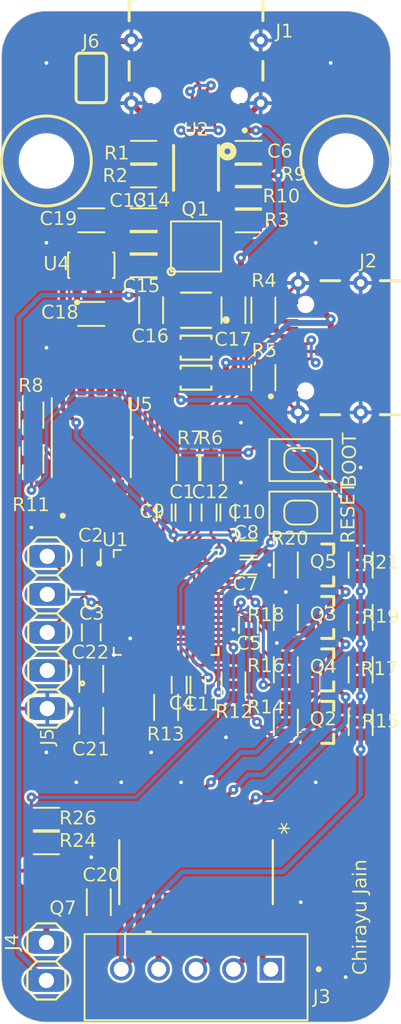
<source format=kicad_pcb>
(kicad_pcb (version 20240108) (generator "pcbnew") (generator_version "8.0")
  (title_block (title "LithoLamp Driver") (date "2024-07-19") (rev "V2"))
  (layers (0 "F.Cu" signal) (31 "B.Cu" signal) (34 "B.Paste" user) (35 "F.Paste" user) (36 "B.SilkS" user "B.Silkscreen") (37 "F.SilkS" user "F.Silkscreen") (38 "B.Mask" user) (39 "F.Mask" user) (44 "Edge.Cuts" user))
  (net 0 "")
  (net 1 "GND")
  (net 2 "VBUS1")
  (net 3 "CC1")
  (net 4 "CC2")
  (net 5 "+9V")
  (net 6 "N$1")
  (net 7 "N$2")
  (net 8 "GATE")
  (net 9 "VSET")
  (net 10 "ISET")
  (net 11 "N$5")
  (net 12 "N$6")
  (net 13 "D1_P")
  (net 14 "D1_N")
  (net 15 "N$10")
  (net 16 "N$11")
  (net 17 "N$12")
  (net 18 "+3.3V")
  (net 19 "D-")
  (net 20 "D+")
  (net 21 "+5V")
  (net 22 "N$14")
  (net 23 "QSPI_CS")
  (net 24 "QSPI_CLK")
  (net 25 "QSPI_SD0")
  (net 26 "QSPI_SD1")
  (net 27 "QSPI_SD2")
  (net 28 "QSPI_SD3")
  (net 29 "RESET")
  (net 30 "N$17")
  (net 31 "XIN")
  (net 32 "N$18")
  (net 33 "XOUT")
  (net 34 "VREG")
  (net 35 "ENC_INT")
  (net 36 "ENC_SCL")
  (net 37 "ENC_SDA")
  (net 38 "H0")
  (net 39 "H2")
  (net 40 "H1")
  (net 41 "H3")
  (net 42 "N$16")
  (net 43 "N$19")
  (net 44 "N$20")
  (net 45 "N$21")
  (net 46 "D0")
  (net 47 "D1")
  (net 48 "D2")
  (net 49 "D3")
  (net 50 "N$22")
  (net 51 "LED")
  (net 52 "N$24")
  (net 53 "D2_P")
  (net 54 "D2_N")
  (footprint "DriverV2:SOT23-3_514" (layer "F.Cu") (at 109.873512 70.2102 -90)
    (property "Reference" "Q3")
    (property "Value" "220mA/50V/3.5Ω" (hide yes))
  )
  (footprint "DriverV2:RESC1608X60_16378527" (layer "F.Cu") (at 105.873512 54.2102 90)
    (property "Reference" "R5")
    (property "Value" "5.1k" (hide yes))
  )
  (footprint "DriverV2:RESC1608X60_16378527" (layer "F.Cu") (at 107.373512 77.2102 90)
    (property "Reference" "R14")
    (property "Value" "10k" (hide yes))
  )
  (footprint "DriverV2:RESC1608X60_16378527" (layer "F.Cu") (at 104.873512 40.7102)
    (property "Reference" "R9")
    (property "Value" "10" (hide yes))
  )
  (footprint "DriverV2:CAPC1005X60_16290819" (layer "F.Cu") (at 100.373512 63.2102 90)
    (property "Reference" "C1")
    (property "Value" "100n" (hide yes))
  )
  (footprint "DriverV2:CAPC1608X85_16290819" (layer "F.Cu") (at 97.873512 45.2102 180)
    (property "Reference" "C14")
    (property "Value" "4.7uF" (hide yes))
  )
  (footprint "DriverV2:CAPC1608X85_16290819" (layer "F.Cu") (at 104.873512 39.2102)
    (property "Reference" "C6")
    (property "Value" "1uF" (hide yes))
  )
  (footprint "DriverV2:POWERDI3333" (layer "F.Cu") (at 101.373512 45.7102 90)
    (property "Reference" "Q1")
    (property "Value" "AONR21307" (hide yes))
  )
  (footprint "DriverV2:GCT_USB4105-GF-A_vf.Y_p0nZJSSnaW-Awq2aQF_A" (layer "F.Cu") (at 112.373512 52.2102 90)
    (property "Reference" "J2")
    (property "Value" "USB4105-GF-A" (hide yes))
  )
  (footprint "DriverV2:CAPC1005X60_16290819" (layer "F.Cu") (at 104.873512 65.7102)
    (property "Reference" "C8")
    (property "Value" "100n" (hide yes))
  )
  (footprint "DriverV2:CAPC1005X60_16290819" (layer "F.Cu") (at 100.373512 74.7102 -90)
    (property "Reference" "C4")
    (property "Value" "100n" (hide yes))
  )
  (footprint "DriverV2:DFN10_3X3MM" (layer "F.Cu") (at 101.373512 40.2102 180)
    (property "Reference" "U2")
    (property "Value" "HUSB238" (hide yes))
  )
  (footprint "DriverV2:RESC1608X60_16378527" (layer "F.Cu") (at 112.373512 66.7102 -90)
    (property "Reference" "R21")
    (property "Value" "10k" (hide yes))
  )
  (footprint "DriverV2:RESC1608X60_16378527" (layer "F.Cu") (at 112.373512 77.2102 -90)
    (property "Reference" "R15")
    (property "Value" "10k" (hide yes))
  )
  (footprint "DriverV2:SOT23_16378713" (layer "F.Cu") (at 91.373512 88.2102 180)
    (property "Reference" "Q7")
    (property "Value" "NMOSFET" (hide yes))
  )
  (footprint "DriverV2:SO-16_STM-M_vf.EQkufT6GTIWqhfvhIr5MJA" (layer "F.Cu") (at 101.373512 87.2102 -90)
    (property "Reference" "U6")
    (property "Value" "")
  )
  (footprint "DriverV2:1X05_30890021" (layer "F.Cu") (at 91.432512 71.2102 -90)
    (property "Reference" "J5")
    (property "Value" "PINHD-1X05_1X05M" (hide yes))
  )
  (footprint "DriverV2:SOT23-3_514" (layer "F.Cu") (at 109.873512 73.7102 -90)
    (property "Reference" "Q4")
    (property "Value" "220mA/50V/3.5Ω" (hide yes))
  )
  (footprint "DriverV2:JST_B5B-XH-A(LF)(SN)" (layer "F.Cu") (at 101.373512 94.2102 180)
    (property "Reference" "J3")
    (property "Value" "Motor" (hide yes))
  )
  (footprint "DriverV2:CAPC1608X85_16290819" (layer "F.Cu") (at 94.373512 74.3102 -90)
    (property "Reference" "C22")
    (property "Value" "15pF" (hide yes))
  )
  (footprint "DriverV2:CAPC1608X85_16290819" (layer "F.Cu") (at 97.873512 46.7102 180)
    (property "Reference" "C15")
    (property "Value" "4.7uF" (hide yes))
  )
  (footprint "DriverV2:CAPC1005X60_16290819" (layer "F.Cu") (at 99.373512 63.2102 90)
    (property "Reference" "C9")
    (property "Value" "100n" (hide yes))
  )
  (footprint "DriverV2:SOT95P285X140-5N_vf.Uo6CXU2kQcquaHR7PZ_Bpw" (layer "F.Cu") (at 94.373512 46.7102 90)
    (property "Reference" "U4")
    (property "Value" "AP2112K-3.3TRG1" (hide yes))
  )
  (footprint "DriverV2:RESC1608X60_16378527" (layer "F.Cu") (at 112.373512 73.7102 -90)
    (property "Reference" "R17")
    (property "Value" "10k" (hide yes))
  )
  (footprint "DriverV2:SOLDERJUMPER_ARROW_NOPASTE" (layer "F.Cu") (at 94.373512 34.2102 -90)
    (property "Reference" "J6")
    (property "Value" "")
  )
  (footprint "DriverV2:ABM8-272-T3_ABR_vf.MPj2NWLUSJ-2fPSNMSJS0A" (layer "F.Cu") (at 96.873512 75.7102)
    (property "Reference" "X1")
    (property "Value" "ABM8-272-T3" (hide yes))
  )
  (footprint "DriverV2:RESC1608X60_16378527" (layer "F.Cu") (at 112.373512 70.2102 -90)
    (property "Reference" "R19")
    (property "Value" "10k" (hide yes))
  )
  (footprint "DriverV2:CAPC1005X60_16290819" (layer "F.Cu") (at 101.373512 74.7102 -90)
    (property "Reference" "C11")
    (property "Value" "100n" (hide yes))
  )
  (footprint "DriverV2:RESC1608X60_16378527" (layer "F.Cu") (at 97.873512 39.2102 180)
    (property "Reference" "R1")
    (property "Value" "6k" (hide yes))
  )
  (footprint "DriverV2:CAPC1608X85_16290819" (layer "F.Cu") (at 94.373512 77.1102 90)
    (property "Reference" "C21")
    (property "Value" "15pF" (hide yes))
  )
  (footprint "DriverV2:CAPC1005X60_16290819" (layer "F.Cu") (at 104.873512 70.7102 -90)
    (property "Reference" "C5")
    (property "Value" "100n" (hide yes))
  )
  (footprint "DriverV2:SOIC127P790X216-8N_vf.IB54HuZ9QJKEJH6m3npZVQ" (layer "F.Cu") (at 94.373512 58.2102 90)
    (property "Reference" "U5")
    (property "Value" "W25Q128JVSIQ" (hide yes))
  )
  (footprint "DriverV2:RESC1608X60_16378527" (layer "F.Cu") (at 99.373512 76.2102 90)
    (property "Reference" "R13")
    (property "Value" "1k" (hide yes))
  )
  (footprint "DriverV2:RESC1608X60_16378527" (layer "F.Cu") (at 107.373512 73.7102 90)
    (property "Reference" "R16")
    (property "Value" "10k" (hide yes))
  )
  (footprint "DriverV2:CAPC1608X85_16290819" (layer "F.Cu") (at 94.373512 49.95765)
    (property "Reference" "C18")
    (property "Value" "10uF" (hide yes))
  )
  (footprint "DriverV2:RESC1608X60_16378527" (layer "F.Cu") (at 105.873512 49.7102 -90)
    (property "Reference" "R4")
    (property "Value" "5.1k" (hide yes))
  )
  (footprint "DriverV2:RESC1608X60_16378527" (layer "F.Cu") (at 90.373512 56.7102 90)
    (property "Reference" "R8")
    (property "Value" "10k" (hide yes))
  )
  (footprint "DriverV2:CAPC1005X60_16290819" (layer "F.Cu") (at 104.873512 66.7102)
    (property "Reference" "C7")
    (property "Value" "100n" (hide yes))
  )
  (footprint "DriverV2:SOT23-3_514" (layer "F.Cu") (at 109.873512 77.2102 -90)
    (property "Reference" "Q2")
    (property "Value" "220mA/50V/3.5Ω" (hide yes))
  )
  (footprint "DriverV2:CAPC1005X60_16290819" (layer "F.Cu") (at 103.373512 63.2102 90)
    (property "Reference" "C10")
    (property "Value" "1u" (hide yes))
  )
  (footprint "DriverV2:CAPC1608X85_16290819" (layer "F.Cu") (at 94.873512 89.2102 90)
    (property "Reference" "C20")
    (property "Value" "100n" (hide yes))
  )
  (footprint "DriverV2:QFN40P700X700X90-57N_vf.Uo6CXU2kQcquaHR7PZ_Bpw" (layer "F.Cu") (at 99.373512 69.2102)
    (property "Reference" "U1")
    (property "Value" "RP2040" (hide yes))
  )
  (footprint "DriverV2:1X02_30890021" (layer "F.Cu") (at 91.373512 93.1622 90)
    (property "Reference" "J4")
    (property "Value" "PINHD-1X02_1X02M" (hide yes))
  )
  (footprint "DriverV2:RESC1608X60_16378527" (layer "F.Cu") (at 102.373512 60.2102 90)
    (property "Reference" "R6")
    (property "Value" "27" (hide yes))
  )
  (footprint "DriverV2:RESC1608X60_16378527" (layer "F.Cu") (at 107.373512 66.7102 90)
    (property "Reference" "R20")
    (property "Value" "10k" (hide yes))
  )
  (footprint "DriverV2:RESC1608X60_16378527" (layer "F.Cu") (at 100.873512 60.2102 90)
    (property "Reference" "R7")
    (property "Value" "27" (hide yes))
  )
  (footprint "DriverV2:RESC1608X60_16378527" (layer "F.Cu") (at 91.373512 85.2102)
    (property "Reference" "R24")
    (property "Value" "10k" (hide yes))
  )
  (footprint "DriverV2:CAPC1005X60_16290819" (layer "F.Cu") (at 94.373512 71.2102 -90)
    (property "Reference" "C3")
    (property "Value" "100n" (hide yes))
  )
  (footprint "DriverV2:RESC1608X60_16378527" (layer "F.Cu") (at 107.373512 70.2102 90)
    (property "Reference" "R18")
    (property "Value" "10k" (hide yes))
  )
  (footprint "DriverV2:RESC1608X60_16378527" (layer "F.Cu") (at 97.873512 40.7102 180)
    (property "Reference" "R2")
    (property "Value" "14k" (hide yes))
  )
  (footprint "DriverV2:CAPC1005X60_16290819" (layer "F.Cu") (at 102.373512 63.2102 90)
    (property "Reference" "C12")
    (property "Value" "1u" (hide yes))
  )
  (footprint "DriverV2:RESC1608X60_16378527" (layer "F.Cu") (at 90.376462 59.7102 90)
    (property "Reference" "R11")
    (property "Value" "1k" (hide yes))
  )
  (footprint "DriverV2:CAPC1608X85_16290819" (layer "F.Cu") (at 103.873512 49.7102 90)
    (property "Reference" "C17")
    (property "Value" "1uF" (hide yes))
  )
  (footprint "DriverV2:KMR2_420" (layer "F.Cu") (at 108.373512 63.2102)
    (property "Reference" "SW2" (hide yes))
    (property "Value" "RESET" (hide yes))
  )
  (footprint "DriverV2:SOT23-3_514" (layer "F.Cu") (at 109.873512 66.7102 -90)
    (property "Reference" "Q5")
    (property "Value" "220mA/50V/3.5Ω" (hide yes))
  )
  (footprint "DriverV2:CAPC1608X85_16290819" (layer "F.Cu") (at 98.373512 49.7102 -90)
    (property "Reference" "C16")
    (property "Value" "1uF" (hide yes))
  )
  (footprint "DriverV2:SOD-323_1P8X1P35_ONS-M_vf.ABthi1aYTBSNc3cOuFIb0A" (layer "F.Cu") (at 101.373512 52.2102)
    (property "Reference" "D1")
    (property "Value" "")
  )
  (footprint "DriverV2:RESC1608X60_16378527" (layer "F.Cu") (at 103.873512 74.7102 -90)
    (property "Reference" "R12")
    (property "Value" "10k" (hide yes))
  )
  (footprint "" (layer "F.Cu") (at 111.373512 39.7502)
    (property "Reference" "@HOLE1" (hide yes))
    (property "Value" "")
  )
  (footprint "DriverV2:CAPC1005X60_16290819" (layer "F.Cu") (at 94.373512 66.2102 90)
    (property "Reference" "C2")
    (property "Value" "100n" (hide yes))
  )
  (footprint "DriverV2:SOD-323_1P8X1P35_ONS-M_vf.ABthi1aYTBSNc3cOuFIb0A" (layer "F.Cu") (at 101.373512 54.2102)
    (property "Reference" "D2")
    (property "Value" "NSR0320MW2T1GSOD-323_1P8X1P35_ONS-M" (hide yes))
  )
  (footprint "DriverV2:RESC1608X60_16378527" (layer "F.Cu") (at 104.873512 42.2102)
    (property "Reference" "R10")
    (property "Value" "49.9k" (hide yes))
  )
  (footprint "DriverV2:RESC1608X60_16378527" (layer "F.Cu") (at 91.373512 83.7102)
    (property "Reference" "R26")
    (property "Value" "0" (hide yes))
  )
  (footprint "DriverV2:RESC1608X60_16378527" (layer "F.Cu") (at 104.873512 43.7102)
    (property "Reference" "R3")
    (property "Value" "5.1k" (hide yes))
  )
  (footprint "" (layer "F.Cu") (at 91.373512 39.7502)
    (property "Reference" "@HOLE0" (hide yes))
    (property "Value" "")
  )
  (footprint "DriverV2:KMR2_420" (layer "F.Cu") (at 108.373512 59.7102 180)
    (property "Reference" "SW1" (hide yes))
    (property "Value" "RESET" (hide yes))
  )
  (footprint "DriverV2:DRV0006A-IPC_A_vf.qG8zuisXQuqbrdsPKlKlpQ" (layer "F.Cu") (at 101.373512 49.7102 180)
    (property "Reference" "U3")
    (property "Value" "TLV76701DRVRDRV0006A-IPC_A" (hide yes))
  )
  (footprint "DriverV2:CAPC1608X85_16290819" (layer "F.Cu") (at 94.373512 43.7102)
    (property "Reference" "C19")
    (property "Value" "10uF" (hide yes))
  )
  (footprint "DriverV2:CAPC1608X85_16290819" (layer "F.Cu") (at 97.873512 43.7102 180)
    (property "Reference" "C13")
    (property "Value" "4.7uF" (hide yes))
  )
  (footprint "DriverV2:GCT_USB4105-GF-A_vf.Y_p0nZJSSnaW-Awq2aQF_A" (layer "F.Cu") (at 101.373512 31.7102 180)
    (property "Reference" "J1")
    (property "Value" "USB4105-GF-A" (hide yes))
  )
  (gr_circle (center 91.373512 39.7502) (end 94.373512 39.7502) (stroke (width 0.2)) (fill none) (layer "F.SilkS"))
  (gr_circle (center 111.373512 39.7502) (end 114.373512 39.7502) (stroke (width 0.2)) (fill none) (layer "F.SilkS"))
  (gr_arc (start 111.373512 29.7502) (mid 113.494832 30.62888) (end 114.373512 32.7502) (stroke (width 0.05)) (layer "Edge.Cuts"))
  (gr_arc (start 88.373512 32.7502) (mid 89.252192 30.62888) (end 91.373512 29.7502) (stroke (width 0.05)) (layer "Edge.Cuts"))
  (gr_arc (start 114.373512 94.2102) (mid 113.494832 96.33152) (end 111.373512 97.2102) (stroke (width 0.05)) (layer "Edge.Cuts"))
  (gr_line (start 114.373512 94.2102) (end 114.373512 32.7502) (stroke (width 0.05)) (layer "Edge.Cuts"))
  (gr_line (start 88.373512 32.7502) (end 88.373512 94.2102) (stroke (width 0.05)) (layer "Edge.Cuts"))
  (gr_line (start 91.373512 97.2102) (end 111.373512 97.2102) (stroke (width 0.05)) (layer "Edge.Cuts"))
  (gr_line (start 111.373512 29.7502) (end 91.373512 29.7502) (stroke (width 0.05)) (layer "Edge.Cuts"))
  (gr_arc (start 91.373512 97.2102) (mid 89.252192 96.33152) (end 88.373512 94.2102) (stroke (width 0.05)) (layer "Edge.Cuts"))
  (gr_text "RESET" (at 111.573512 63.2102 90) (layer "F.SilkS") (effects (font (size 0.92 0.92) (thickness 0.08))))
  (gr_text "Chirayu Jain" (at 112.373512 90.2102 90) (layer "F.SilkS") (effects (font (size 0.92 0.92) (thickness 0.08))))
  (gr_text "BOOT" (at 111.673512 59.7102 90) (layer "F.SilkS") (effects (font (size 0.92 0.92) (thickness 0.08))))
  (segment (start 105.698512 35.8902) (end 105.693512 35.8902) (width 0.4) (layer "F.Cu") (net 1))
  (segment (start 107.618512 49.0102) (end 107.618512 48.4652) (width 0.2) (layer "F.Cu") (net 1))
  (segment (start 107.618512 55.4102) (end 107.618512 55.9552) (width 0.2) (layer "F.Cu") (net 1))
  (segment (start 105.693512 35.8902) (end 105.118512 36.4652) (width 0.4) (layer "F.Cu") (net 1))
  (segment (start 101.373512 49.7102) (end 100.295512 49.7102) (width 0.3) (layer "F.Cu") (net 1))
  (segment (start 94.373512 33.1942) (end 94.373512 32.2942) (width 0.3) (layer "F.Cu") (net 1))
  (segment (start 106.373512 39.2102) (end 105.648112 39.2102) (width 0.4) (layer "F.Cu") (net 1))
  (segment (start 106.873512 37.0702) (end 106.873512 37.2102) (width 0.4) (layer "F.Cu") (net 1))
  (segment (start 98.373512 72.6452) (end 98.373512 70.2102) (width 0.2) (layer "F.Cu") (net 1))
  (segment (start 94.957512 31.7102) (end 94.915512 31.7522) (width 0.3) (layer "F.Cu") (net 1))
  (segment (start 106.873512 37.0702) (end 106.873512 37.2102) (width 0.4) (layer "F.Cu") (net 1))
  (segment (start 94.915512 31.7522) (end 97.011512 31.7522) (width 0.4) (layer "F.Cu") (net 1))
  (segment (start 98.373512 70.2102) (end 99.373512 69.2102) (width 0.2) (layer "F.Cu") (net 1))
  (segment (start 106.873512 38.7102) (end 106.373512 39.2102) (width 0.4) (layer "F.Cu") (net 1))
  (segment (start 107.618512 55.9552) (end 108.193512 56.5302) (width 0.2) (layer "F.Cu") (net 1))
  (segment (start 102.451512 49.0602) (end 101.523512 49.0602) (width 0.3) (layer "F.Cu") (net 1))
  (segment (start 101.523512 49.0602) (end 101.373512 49.2102) (width 0.3) (layer "F.Cu") (net 1))
  (segment (start 106.873512 37.2102) (end 106.873512 38.7102) (width 0.4) (layer "F.Cu") (net 1))
  (segment (start 107.618512 48.4652) (end 108.193512 47.8902) (width 0.2) (layer "F.Cu") (net 1))
  (segment (start 97.628512 36.4652) (end 98.173512 36.4652) (width 0.4) (layer "F.Cu") (net 1))
  (segment (start 94.915512 31.7522) (end 94.373512 32.2942) (width 0.3) (layer "F.Cu") (net 1))
  (segment (start 97.053512 35.8902) (end 97.628512 36.4652) (width 0.4) (layer "F.Cu") (net 1))
  (segment (start 105.118512 36.4652) (end 104.573512 36.4652) (width 0.4) (layer "F.Cu") (net 1))
  (via (at 93.373512 81.2102) (size 0.6564) (drill 0.25) (layers "F.Cu" "B.Cu") (net 1))
  (via (at 111.373512 94.2102) (size 0.6564) (drill 0.25) (layers "F.Cu" "B.Cu") (net 1))
  (via (at 108.373512 89.2102) (size 0.6564) (drill 0.25) (layers "F.Cu" "B.Cu") (net 1))
  (via (at 103.373512 78.2102) (size 0.6564) (drill 0.25) (layers "F.Cu" "B.Cu") (net 1))
  (via (at 98.373512 79.2102) (size 0.6564) (drill 0.25) (layers "F.Cu" "B.Cu") (net 1))
  (via (at 91.373512 45.2102) (size 0.6564) (drill 0.25) (layers "F.Cu" "B.Cu") (net 1))
  (via (at 90.373512 64.2102) (size 0.6564) (drill 0.25) (layers "F.Cu" "B.Cu") (net 1))
  (via (at 91.373512 52.2102) (size 0.6564) (drill 0.25) (layers "F.Cu" "B.Cu") (net 1))
  (via (at 104.373512 61.2102) (size 0.6564) (drill 0.25) (layers "F.Cu" "B.Cu") (net 1))
  (via (at 95.873512 72.7102) (size 0.6564) (drill 0.25) (layers "F.Cu" "B.Cu") (net 1))
  (via (at 96.973512 71.6102) (size 0.6564) (drill 0.25) (layers "F.Cu" "B.Cu") (net 1))
  (via (at 96.373512 81.2102) (size 0.6564) (drill 0.25) (layers "F.Cu" "B.Cu") (net 1))
  (via (at 91.373512 79.2102) (size 0.6564) (drill 0.25) (layers "F.Cu" "B.Cu") (net 1))
  (via (at 100.373512 81.2102) (size 0.6564) (drill 0.25) (layers "F.Cu" "B.Cu") (net 1))
  (via (at 94.373512 86.2102) (size 0.6564) (drill 0.25) (layers "F.Cu" "B.Cu") (net 1))
  (via (at 112.373512 60.2102) (size 0.6564) (drill 0.25) (layers "F.Cu" "B.Cu") (net 1))
  (via (at 110.373512 33.2102) (size 0.6564) (drill 0.25) (layers "F.Cu" "B.Cu") (net 1))
  (via (at 107.373512 68.5102) (size 0.6564) (drill 0.25) (layers "F.Cu" "B.Cu") (net 1))
  (via (at 91.373512 33.2102) (size 0.6564) (drill 0.25) (layers "F.Cu" "B.Cu") (net 1))
  (via (at 109.373512 81.2102) (size 0.6564) (drill 0.25) (layers "F.Cu" "B.Cu") (net 1))
  (via (at 104.373512 57.2102) (size 0.6564) (drill 0.25) (layers "F.Cu" "B.Cu") (net 1))
  (via (at 106.773512 71.9102) (size 0.6564) (drill 0.25) (layers "F.Cu" "B.Cu") (net 1))
  (via (at 106.273512 66.7102) (size 0.6564) (drill 0.25) (layers "F.Cu" "B.Cu") (net 1))
  (via (at 97.073512 58.2102) (size 0.6564) (drill 0.25) (layers "F.Cu" "B.Cu") (net 1))
  (via (at 109.373512 45.2102) (size 0.6564) (drill 0.25) (layers "F.Cu" "B.Cu") (net 1))
  (via (at 103.873512 71.0102) (size 0.6564) (drill 0.25) (layers "F.Cu" "B.Cu") (net 1))
  (segment (start 99.173512 36.2652) (end 99.173512 34.9102) (width 0.2) (layer "F.Cu") (net 2))
  (segment (start 106.873512 40.7102) (end 105.688712 40.7102) (width 0.4) (layer "F.Cu") (net 2))
  (segment (start 103.773512 36.4652) (end 103.773512 37.4102) (width 0.4) (layer "F.Cu") (net 2))
  (segment (start 103.773512 36.4652) (end 103.573512 36.2652) (width 0.2) (layer "F.Cu") (net 2))
  (segment (start 98.973512 36.4652) (end 99.173512 36.2652) (width 0.2) (layer "F.Cu") (net 2))
  (segment (start 103.373512 33.7102) (end 102.373512 33.7102) (width 0.4) (layer "F.Cu") (net 2))
  (segment (start 103.573512 33.9102) (end 103.373512 33.7102) (width 0.4) (layer "F.Cu") (net 2))
  (segment (start 104.373512 46.2102) (end 104.373512 47.6102) (width 0.4) (layer "F.Cu") (net 2))
  (segment (start 104.373512 47.6102) (end 104.125112 47.8586) (width 0.4) (layer "F.Cu") (net 2))
  (segment (start 99.373512 33.7102) (end 99.173512 33.9102) (width 0.4) (layer "F.Cu") (net 2))
  (segment (start 105.688712 40.7102) (end 105.688712 42.2102) (width 0.4) (layer "F.Cu") (net 2))
  (segment (start 100.398512 47.1562) (end 101.048512 47.1562) (width 0.4) (layer "F.Cu") (net 2))
  (segment (start 102.373512 33.7102) (end 99.373512 33.7102) (width 0.4) (layer "F.Cu") (net 2))
  (segment (start 103.573512 34.9102) (end 103.573512 33.9102) (width 0.4) (layer "F.Cu") (net 2))
  (segment (start 103.573512 36.2652) (end 103.573512 34.9102) (width 0.2) (layer "F.Cu") (net 2))
  (segment (start 101.048512 47.1562) (end 101.698512 47.1562) (width 0.4) (layer "F.Cu") (net 2))
  (segment (start 101.892543 47.8586) (end 101.698512 47.664569) (width 0.4) (layer "F.Cu") (net 2))
  (segment (start 103.773512 37.4102) (end 104.073512 37.7102) (width 0.4) (layer "F.Cu") (net 2))
  (segment (start 99.173512 33.9102) (end 99.173512 34.9102) (width 0.4) (layer "F.Cu") (net 2))
  (segment (start 104.073512 37.7102) (end 105.373512 37.7102) (width 0.4) (layer "F.Cu") (net 2))
  (segment (start 104.125112 47.8586) (end 101.892543 47.8586) (width 0.4) (layer "F.Cu") (net 2))
  (segment (start 101.698512 47.664569) (end 101.698512 47.1562) (width 0.4) (layer "F.Cu") (net 2))
  (via (at 106.873512 40.7102) (size 0.6564) (drill 0.25) (layers "F.Cu" "B.Cu") (net 2))
  (via (at 105.373512 37.7102) (size 0.6564) (drill 0.25) (layers "F.Cu" "B.Cu") (net 2))
  (via (at 104.373512 46.2102) (size 0.6564) (drill 0.25) (layers "F.Cu" "B.Cu") (net 2))
  (segment (start 106.873512 40.7102) (end 106.873512 38.5102) (width 0.4) (layer "B.Cu") (net 2))
  (segment (start 106.073512 37.7102) (end 105.373512 37.7102) (width 0.4) (layer "B.Cu") (net 2))
  (segment (start 104.373512 46.2102) (end 106.873512 43.7102) (width 0.4) (layer "B.Cu") (net 2))
  (segment (start 106.873512 38.5102) (end 106.073512 37.7102) (width 0.4) (layer "B.Cu") (net 2))
  (segment (start 106.873512 43.7102) (end 106.873512 40.7102) (width 0.4) (layer "B.Cu") (net 2))
  (segment (start 100.873512 38.7102) (end 100.873512 38.1429) (width 0.2) (layer "F.Cu") (net 3))
  (segment (start 100.440812 37.7102) (end 100.373512 37.7102) (width 0.2) (layer "F.Cu") (net 3))
  (segment (start 100.873512 38.1429) (end 100.440812 37.7102) (width 0.2) (layer "F.Cu") (net 3))
  (segment (start 102.873512 37.7102) (end 102.623512 37.4602) (width 0.2) (layer "F.Cu") (net 3))
  (segment (start 102.623512 37.4602) (end 102.623512 36.4652) (width 0.2) (layer "F.Cu") (net 3))
  (via (at 102.873512 37.7102) (size 0.6564) (drill 0.25) (layers "F.Cu" "B.Cu") (net 3))
  (via (at 100.373512 37.7102) (size 0.6564) (drill 0.25) (layers "F.Cu" "B.Cu") (net 3))
  (segment (start 100.373512 37.7102) (end 102.873512 37.7102) (width 0.2) (layer "B.Cu") (net 3))
  (segment (start 99.623512 36.4652) (end 99.623512 38.1602) (width 0.2) (layer "F.Cu") (net 4))
  (segment (start 100.173512 38.7102) (end 100.373512 38.7102) (width 0.2) (layer "F.Cu") (net 4))
  (segment (start 99.623512 38.1602) (end 100.173512 38.7102) (width 0.2) (layer "F.Cu") (net 4))
  (segment (start 101.173512 44.7062) (end 101.373512 44.7062) (width 0.4) (layer "F.Cu") (net 5))
  (segment (start 98.648112 48.661) (end 98.373512 48.9356) (width 0.4) (layer "F.Cu") (net 5))
  (segment (start 100.295512 50.3602) (end 99.798112 50.3602) (width 0.3) (layer "F.Cu") (net 5))
  (segment (start 98.648112 45.2102) (end 98.648112 46.7102) (width 0.4) (layer "F.Cu") (net 5))
  (segment (start 98.148112 48.7102) (end 98.373512 48.9356) (width 0.3) (layer "F.Cu") (net 5))
  (segment (start 98.373512 48.9356) (end 98.498112 49.0602) (width 0.3) (layer "F.Cu") (net 5))
  (segment (start 98.648112 43.7102) (end 100.177512 43.7102) (width 0.4) (layer "F.Cu") (net 5))
  (segment (start 100.177512 43.7102) (end 101.173512 44.7062) (width 0.4) (layer "F.Cu") (net 5))
  (segment (start 99.798112 50.3602) (end 98.498112 49.0602) (width 0.3) (layer "F.Cu") (net 5))
  (segment (start 98.648112 46.7102) (end 98.648112 48.661) (width 0.4) (layer "F.Cu") (net 5))
  (segment (start 96.873512 48.7102) (end 98.148112 48.7102) (width 0.3) (layer "F.Cu") (net 5))
  (segment (start 98.498112 49.0602) (end 100.295512 49.0602) (width 0.3) (layer "F.Cu") (net 5))
  (segment (start 98.648112 43.7102) (end 98.648112 45.2102) (width 0.4) (layer "F.Cu") (net 5))
  (via (at 96.873512 48.7102) (size 0.6564) (drill 0.25) (layers "F.Cu" "B.Cu") (net 5))
  (segment (start 89.539512 50.2102) (end 91.039512 48.7102) (width 0.3) (layer "B.Cu") (net 5))
  (segment (start 91.373512 94.4322) (end 89.539512 92.5982) (width 0.3) (layer "B.Cu") (net 5))
  (segment (start 89.539512 92.5982) (end 89.539512 50.2102) (width 0.3) (layer "B.Cu") (net 5))
  (segment (start 91.039512 48.7102) (end 96.873512 48.7102) (width 0.3) (layer "B.Cu") (net 5))
  (segment (start 102.373512 38.7102) (end 103.598912 38.7102) (width 0.4) (layer "F.Cu") (net 6))
  (segment (start 104.098912 39.2102) (end 104.098912 40.6696) (width 0.4) (layer "F.Cu") (net 6))
  (segment (start 104.098912 40.6696) (end 104.058312 40.7102) (width 0.4) (layer "F.Cu") (net 6))
  (segment (start 103.598912 38.7102) (end 104.098912 39.2102) (width 0.4) (layer "F.Cu") (net 6))
  (segment (start 102.748512 47.1562) (end 102.348512 47.1562) (width 0.2) (layer "F.Cu") (net 7))
  (segment (start 103.073512 45.6102) (end 103.073512 46.8312) (width 0.2) (layer "F.Cu") (net 7))
  (segment (start 105.688712 43.7102) (end 105.688712 44.395) (width 0.2) (layer "F.Cu") (net 7))
  (segment (start 103.073512 46.8312) (end 102.748512 47.1562) (width 0.2) (layer "F.Cu") (net 7))
  (segment (start 105.688712 44.395) (end 105.373512 44.7102) (width 0.2) (layer "F.Cu") (net 7))
  (segment (start 104.058312 42.2102) (end 104.188712 42.2102) (width 0.2) (layer "F.Cu") (net 7))
  (segment (start 105.373512 44.7102) (end 103.973512 44.7102) (width 0.2) (layer "F.Cu") (net 7))
  (segment (start 104.188712 42.2102) (end 105.688712 43.7102) (width 0.2) (layer "F.Cu") (net 7))
  (segment (start 103.973512 44.7102) (end 103.073512 45.6102) (width 0.2) (layer "F.Cu") (net 7))
  (segment (start 102.373512 42.6102) (end 103.473512 43.7102) (width 0.2) (layer "F.Cu") (net 8))
  (segment (start 102.373512 41.7102) (end 102.373512 42.6102) (width 0.2) (layer "F.Cu") (net 8))
  (segment (start 103.473512 43.7102) (end 104.058312 43.7102) (width 0.2) (layer "F.Cu") (net 8))
  (segment (start 99.773512 39.6102) (end 99.773512 42.1775) (width 0.2) (layer "F.Cu") (net 9))
  (segment (start 98.688712 39.2102) (end 99.373512 39.2102) (width 0.2) (layer "F.Cu") (net 9))
  (segment (start 100.158612 42.5626) (end 101.088412 42.5626) (width 0.2) (layer "F.Cu") (net 9))
  (segment (start 99.773512 42.1775) (end 100.158612 42.5626) (width 0.2) (layer "F.Cu") (net 9))
  (segment (start 101.373512 42.2775) (end 101.373512 41.7102) (width 0.2) (layer "F.Cu") (net 9))
  (segment (start 99.373512 39.2102) (end 99.773512 39.6102) (width 0.2) (layer "F.Cu") (net 9))
  (segment (start 101.088412 42.5626) (end 101.373512 42.2775) (width 0.2) (layer "F.Cu") (net 9))
  (segment (start 99.321112 42.423475) (end 99.321112 40.8426) (width 0.2) (layer "F.Cu") (net 10))
  (segment (start 99.321112 40.8426) (end 99.188712 40.7102) (width 0.2) (layer "F.Cu") (net 10))
  (segment (start 99.912637 43.015) (end 99.321112 42.423475) (width 0.2) (layer "F.Cu") (net 10))
  (segment (start 101.873512 42.3775) (end 101.236012 43.015) (width 0.2) (layer "F.Cu") (net 10))
  (segment (start 101.236012 43.015) (end 99.912637 43.015) (width 0.2) (layer "F.Cu") (net 10))
  (segment (start 101.873512 41.7102) (end 101.873512 42.3775) (width 0.2) (layer "F.Cu") (net 10))
  (segment (start 99.188712 40.7102) (end 98.688712 40.7102) (width 0.2) (layer "F.Cu") (net 10))
  (segment (start 94.373512 38.0254) (end 97.058312 40.7102) (width 0.3) (layer "F.Cu") (net 12))
  (segment (start 94.373512 35.2262) (end 94.373512 38.0254) (width 0.3) (layer "F.Cu") (net 12))
  (segment (start 101.623512 36.4652) (end 101.623512 37.5602) (width 0.2) (layer "F.Cu") (net 13))
  (segment (start 101.273512 34.3102) (end 100.573512 34.3102) (width 0.2) (layer "F.Cu") (net 13))
  (segment (start 100.573512 34.3102) (end 100.273512 34.6102) (width 0.2) (layer "F.Cu") (net 13))
  (segment (start 101.873512 37.8102) (end 101.873512 38.7102) (width 0.2) (layer "F.Cu") (net 13))
  (segment (start 101.623512 34.6602) (end 101.273512 34.3102) (width 0.2) (layer "F.Cu") (net 13))
  (segment (start 100.273512 34.6102) (end 100.273512 35.3102) (width 0.2) (layer "F.Cu") (net 13))
  (segment (start 100.623512 35.6602) (end 100.273512 35.3102) (width 0.2) (layer "F.Cu") (net 13))
  (segment (start 100.623512 36.4652) (end 100.623512 35.6602) (width 0.2) (layer "F.Cu") (net 13))
  (segment (start 101.623512 36.4652) (end 101.623512 34.6602) (width 0.2) (layer "F.Cu") (net 13))
  (segment (start 101.623512 37.5602) (end 101.873512 37.8102) (width 0.2) (layer "F.Cu") (net 13))
  (segment (start 102.373512 34.7102) (end 102.123512 34.9602) (width 0.2) (layer "F.Cu") (net 14))
  (segment (start 102.123512 34.9602) (end 102.123512 36.4652) (width 0.2) (layer "F.Cu") (net 14))
  (segment (start 101.123512 36.4652) (end 101.123512 35.2602) (width 0.2) (layer "F.Cu") (net 14))
  (segment (start 101.373512 37.8102) (end 101.373512 38.7102) (width 0.2) (layer "F.Cu") (net 14))
  (segment (start 101.123512 37.5602) (end 101.373512 37.8102) (width 0.2) (layer "F.Cu") (net 14))
  (segment (start 101.123512 35.2602) (end 100.973512 35.1102) (width 0.2) (layer "F.Cu") (net 14))
  (segment (start 101.123512 36.4652) (end 101.123512 37.5602) (width 0.2) (layer "F.Cu") (net 14))
  (via (at 100.973512 35.1102) (size 0.6564) (drill 0.25) (layers "F.Cu" "B.Cu") (net 14))
  (via (at 102.373512 34.7102) (size 0.6564) (drill 0.25) (layers "F.Cu" "B.Cu") (net 14))
  (segment (start 101.373512 34.7102) (end 102.373512 34.7102) (width 0.2) (layer "B.Cu") (net 14))
  (segment (start 100.973512 35.1102) (end 101.373512 34.7102) (width 0.2) (layer "B.Cu") (net 14))
  (segment (start 107.618512 53.4602) (end 105.938712 53.4602) (width 0.2) (layer "F.Cu") (net 15))
  (segment (start 105.938712 53.4602) (end 105.873512 53.395) (width 0.2) (layer "F.Cu") (net 15))
  (segment (start 107.618512 50.4602) (end 105.938712 50.4602) (width 0.2) (layer "F.Cu") (net 16))
  (segment (start 105.938712 50.4602) (end 105.873512 50.5254) (width 0.2) (layer "F.Cu") (net 16))
  (segment (start 103.373512 53.2102) (end 103.373512 53.8691) (width 0.4) (layer "F.Cu") (net 17))
  (segment (start 103.032412 54.2102) (end 102.732412 54.2102) (width 0.4) (layer "F.Cu") (net 17))
  (segment (start 107.618512 49.8102) (end 107.818512 50.0102) (width 0.2) (layer "F.Cu") (net 17))
  (segment (start 110.373512 50.3102) (end 110.373512 54.0102) (width 0.4) (layer "F.Cu") (net 17))
  (segment (start 110.073512 50.0102) (end 110.373512 50.3102) (width 0.4) (layer "F.Cu") (net 17))
  (segment (start 109.973512 54.4102) (end 109.273512 54.4102) (width 0.4) (layer "F.Cu") (net 17))
  (segment (start 109.273512 54.4102) (end 107.818512 54.4102) (width 0.2) (layer "F.Cu") (net 17))
  (segment (start 110.373512 54.0102) (end 109.973512 54.4102) (width 0.4) (layer "F.Cu") (net 17))
  (segment (start 107.818512 50.0102) (end 109.273512 50.0102) (width 0.2) (layer "F.Cu") (net 17))
  (segment (start 109.273512 50.0102) (end 110.073512 50.0102) (width 0.4) (layer "F.Cu") (net 17))
  (segment (start 103.373512 53.8691) (end 103.032412 54.2102) (width 0.4) (layer "F.Cu") (net 17))
  (segment (start 107.818512 54.4102) (end 107.618512 54.6102) (width 0.2) (layer "F.Cu") (net 17))
  (via (at 103.373512 53.2102) (size 0.6564) (drill 0.25) (layers "F.Cu" "B.Cu") (net 17))
  (via (at 110.373512 50.3102) (size 0.6564) (drill 0.25) (layers "F.Cu" "B.Cu") (net 17))
  (segment (start 110.373512 50.319507) (end 110.131818 50.5612) (width 0.4) (layer "B.Cu") (net 17))
  (segment (start 104.973512 53.2102) (end 107.622512 50.5612) (width 0.4) (layer "B.Cu") (net 17))
  (segment (start 110.373512 50.3102) (end 110.373512 50.319507) (width 0.4) (layer "B.Cu") (net 17))
  (segment (start 107.622512 50.5612) (end 110.131818 50.5612) (width 0.4) (layer "B.Cu") (net 17))
  (segment (start 103.373512 53.2102) (end 104.973512 53.2102) (width 0.4) (layer "B.Cu") (net 17))
  (segment (start 108.873512 65.7602) (end 108.738712 65.895) (width 0.2) (layer "F.Cu") (net 18))
  (segment (start 96.400812 66.6102) (end 96.790612 67) (width 0.2) (layer "F.Cu") (net 18))
  (segment (start 99.573512 71.9829) (end 99.883612 71.6728) (width 0.2) (layer "F.Cu") (net 18))
  (segment (start 99.973512 64.8102) (end 99.873512 64.7102) (width 0.2) (layer "F.Cu") (net 18))
  (segment (start 95.938512 70.2102) (end 94.888912 70.2102) (width 0.2) (layer "F.Cu") (net 18))
  (segment (start 90.373512 55.0002) (end 90.373512 55.895) (width 0.2) (layer "F.Cu") (net 18))
  (segment (start 96.610912 66.8203) (end 96.610912 70.0001) (width 0.2) (layer "F.Cu") (net 18))
  (segment (start 109.873512 69.6102) (end 109.873512 69.7102) (width 0.2) (layer "F.Cu") (net 18))
  (segment (start 96.790612 67) (end 101.209387 67) (width 0.2) (layer "F.Cu") (net 18))
  (segment (start 109.873512 66.2102) (end 109.873512 69.6102) (width 0.2) (layer "F.Cu") (net 18))
  (segment (start 90.768512 54.6052) (end 90.373512 55.0002) (width 0.2) (layer "F.Cu") (net 18))
  (segment (start 103.873512 65.1948) (end 103.873512 64.7102) (width 0.2) (layer "F.Cu") (net 18))
  (segment (start 101.973512 66.6102) (end 102.373512 66.6102) (width 0.2) (layer "F.Cu") (net 18))
  (segment (start 105.873512 76.395) (end 105.003912 75.5254) (width 0.2) (layer "F.Cu") (net 18))
  (segment (start 108.738712 65.895) (end 107.373512 65.895) (width 0.2) (layer "F.Cu") (net 18))
  (segment (start 103.873512 75.5254) (end 105.003912 75.5254) (width 0.2) (layer "F.Cu") (net 18))
  (segment (start 94.458112 66.6102) (end 94.373512 66.6948) (width 0.2) (layer "F.Cu") (net 18))
  (segment (start 109.873512 75.2602) (end 108.873512 76.2602) (width 0.2) (layer "F.Cu") (net 18))
  (segment (start 101.573512 71.26715) (end 101.167862 71.6728) (width 0.2) (layer "F.Cu") (net 18))
  (segment (start 93.957112 70.7256) (end 93.632512 71.0502) (width 0.3) (layer "F.Cu") (net 18))
  (segment (start 92.723512 45.5252) (end 92.468512 45.7802) (width 0.4) (layer "F.Cu") (net 18))
  (segment (start 101.573512 69.8375) (end 101.573512 66.6102) (width 0.2) (layer "F.Cu") (net 18))
  (segment (start 99.973512 65.7752) (end 99.973512 64.8102) (width 0.2) (layer "F.Cu") (net 18))
  (segment (start 104.888912 70.2256) (end 105.873512 71.2102) (width 0.2) (layer "F.Cu") (net 18))
  (segment (start 99.873512 64.7102) (end 99.873512 64.1948) (width 0.2) (layer "F.Cu") (net 18))
  (segment (start 101.209387 67) (end 101.599187 66.6102) (width 0.2) (layer "F.Cu") (net 18))
  (segment (start 106.358312 72.895) (end 107.373512 72.895) (width 0.2) (layer "F.Cu") (net 18))
  (segment (start 106.173512 72.7102) (end 106.358312 72.895) (width 0.2) (layer "F.Cu") (net 18))
  (segment (start 102.808512 70.2102) (end 101.946212 70.2102) (width 0.2) (layer "F.Cu") (net 18))
  (segment (start 101.946212 70.2102) (end 101.573512 69.8375) (width 0.2) (layer "F.Cu") (net 18))
  (segment (start 96.400812 66.6102) (end 96.610912 66.8203) (width 0.2) (layer "F.Cu") (net 18))
  (segment (start 103.373512 64.2102) (end 103.373512 63.6948) (width 0.2) (layer "F.Cu") (net 18))
  (segment (start 100.373512 74.205875) (end 100.373512 74.2256) (width 0.2) (layer "F.Cu") (net 18))
  (segment (start 99.573512 72.6452) (end 99.573512 71.9829) (width 0.2) (layer "F.Cu") (net 18))
  (segment (start 103.873512 64.7102) (end 103.373512 64.2102) (width 0.2) (layer "F.Cu") (net 18))
  (segment (start 95.938512 66.6102) (end 96.400812 66.6102) (width 0.2) (layer "F.Cu") (net 18))
  (segment (start 99.883612 71.6728) (end 101.167862 71.6728) (width 0.2) (layer "F.Cu") (net 18))
  (segment (start 102.808512 66.6102) (end 104.288912 66.6102) (width 0.2) (layer "F.Cu") (net 18))
  (segment (start 105.873512 71.2102) (end 105.873512 72.4102) (width 0.2) (layer "F.Cu") (net 18))
  (segment (start 104.873512 70.2256) (end 104.888912 70.2256) (width 0.2) (layer "F.Cu") (net 18))
  (segment (start 93.632512 71.0502) (end 93.632512 72.4502) (width 0.3) (layer "F.Cu") (net 18))
  (segment (start 102.373512 66.6102) (end 102.808512 66.6102) (width 0.2) (layer "F.Cu") (net 18))
  (segment (start 94.888912 70.2102) (end 94.373512 70.7256) (width 0.2) (layer "F.Cu") (net 18))
  (segment (start 101.573512 69.8375) (end 101.573512 71.26715) (width 0.2) (layer "F.Cu") (net 18))
  (segment (start 108.738712 76.395) (end 108.873512 76.2602) (width 0.2) (layer "F.Cu") (net 18))
  (segment (start 107.373512 72.895) (end 108.738712 72.895) (width 0.2) (layer "F.Cu") (net 18))
  (segment (start 107.508312 69.2602) (end 107.373512 69.395) (width 0.2) (layer "F.Cu") (net 18))
  (segment (start 102.373512 66.6102) (end 101.599187 66.6102) (width 0.2) (layer "F.Cu") (net 18))
  (segment (start 93.423512 45.5252) (end 93.423512 43.8856) (width 0.4) (layer "F.Cu") (net 18))
  (segment (start 105.873512 72.4102) (end 106.173512 72.7102) (width 0.2) (layer "F.Cu") (net 18))
  (segment (start 109.423512 69.2602) (end 109.873512 69.7102) (width 0.2) (layer "F.Cu") (net 18))
  (segment (start 109.873512 70.2102) (end 109.873512 73.2102) (width 0.2) (layer "F.Cu") (net 18))
  (segment (start 108.873512 69.2602) (end 107.508312 69.2602) (width 0.2) (layer "F.Cu") (net 18))
  (segment (start 101.973512 66.6102) (end 101.973512 65.7752) (width 0.2) (layer "F.Cu") (net 18))
  (segment (start 109.423512 65.7602) (end 109.873512 66.2102) (width 0.2) (layer "F.Cu") (net 18))
  (segment (start 94.373512 70.7256) (end 93.957112 70.7256) (width 0.3) (layer "F.Cu") (net 18))
  (segment (start 108.738712 72.895) (end 108.873512 72.7602) (width 0.2) (layer "F.Cu") (net 18))
  (segment (start 109.873512 73.2102) (end 109.873512 75.2602) (width 0.2) (layer "F.Cu") (net 18))
  (segment (start 108.873512 72.7602) (end 109.423512 72.7602) (width 0.2) (layer "F.Cu") (net 18))
  (segment (start 108.873512 65.7602) (end 109.423512 65.7602) (width 0.2) (layer "F.Cu") (net 18))
  (segment (start 107.373512 76.395) (end 108.738712 76.395) (width 0.2) (layer "F.Cu") (net 18))
  (segment (start 96.610912 70.0001) (end 96.400812 70.2102) (width 0.2) (layer "F.Cu") (net 18))
  (segment (start 101.573512 65.7752) (end 101.573512 66.6102) (width 0.2) (layer "F.Cu") (net 18))
  (segment (start 93.423512 43.8856) (end 93.598912 43.7102) (width 0.4) (layer "F.Cu") (net 18))
  (segment (start 99.973512 65.7752) (end 99.573512 65.7752) (width 0.2) (layer "F.Cu") (net 18))
  (segment (start 102.808512 70.2102) (end 104.869899 70.2102) (width 0.2) (layer "F.Cu") (net 18))
  (segment (start 101.599187 66.6102) (end 101.573512 66.6102) (width 0.2) (layer "F.Cu") (net 18))
  (segment (start 93.423512 45.5252) (end 92.723512 45.5252) (width 0.4) (layer "F.Cu") (net 18))
  (segment (start 104.388912 66.7102) (end 104.388912 65.7102) (width 0.2) (layer "F.Cu") (net 18))
  (segment (start 95.938512 66.6102) (end 96.400812 66.6102) (width 0.2) (layer "F.Cu") (net 18))
  (segment (start 104.869899 70.2102) (end 104.873512 70.2256) (width 0.2) (layer "F.Cu") (net 18))
  (segment (start 105.873512 76.395) (end 107.373512 76.395) (width 0.2) (layer "F.Cu") (net 18))
  (segment (start 96.400812 70.2102) (end 95.938512 70.2102) (width 0.2) (layer "F.Cu") (net 18))
  (segment (start 91.432512 73.7502) (end 92.332512 73.7502) (width 0.3) (layer "F.Cu") (net 18))
  (segment (start 99.573512 73.405875) (end 99.573512 72.6452) (width 0.2) (layer "F.Cu") (net 18))
  (segment (start 92.468512 45.7802) (end 92.468512 54.6052) (width 0.4) (layer "F.Cu") (net 18))
  (segment (start 92.468512 56.3052) (end 93.373512 57.2102) (width 0.3) (layer "F.Cu") (net 18))
  (segment (start 95.938512 66.6102) (end 94.458112 66.6102) (width 0.2) (layer "F.Cu") (net 18))
  (segment (start 108.873512 69.2602) (end 109.423512 69.2602) (width 0.2) (layer "F.Cu") (net 18))
  (segment (start 104.388912 65.7102) (end 103.873512 65.1948) (width 0.2) (layer "F.Cu") (net 18))
  (segment (start 92.468512 54.6052) (end 92.468512 56.3052) (width 0.3) (layer "F.Cu") (net 18))
  (segment (start 101.573512 65.7752) (end 101.973512 65.7752) (width 0.2) (layer "F.Cu") (net 18))
  (segment (start 93.632512 72.4502) (end 92.332512 73.7502) (width 0.3) (layer "F.Cu") (net 18))
  (segment (start 99.873512 64.1948) (end 100.373512 63.6948) (width 0.2) (layer "F.Cu") (net 18))
  (segment (start 109.423512 72.7602) (end 109.873512 73.2102) (width 0.2) (layer "F.Cu") (net 18))
  (segment (start 109.873512 69.7102) (end 109.873512 70.2102) (width 0.2) (layer "F.Cu") (net 18))
  (segment (start 100.373512 74.205875) (end 99.573512 73.405875) (width 0.2) (layer "F.Cu") (net 18))
  (segment (start 92.468512 54.6052) (end 90.768512 54.6052) (width 0.2) (layer "F.Cu") (net 18))
  (segment (start 104.288912 66.6102) (end 104.388912 66.7102) (width 0.2) (layer "F.Cu") (net 18))
  (via (at 93.373512 57.2102) (size 0.6564) (drill 0.25) (layers "F.Cu" "B.Cu") (net 18))
  (via (at 103.873512 64.7102) (size 0.6564) (drill 0.25) (layers "F.Cu" "B.Cu") (net 18))
  (via (at 99.873512 64.7102) (size 0.6564) (drill 0.25) (layers "F.Cu" "B.Cu") (net 18))
  (segment (start 99.873512 64.7102) (end 93.373512 58.2102) (width 0.3) (layer "B.Cu") (net 18))
  (segment (start 99.873512 64.7102) (end 103.873512 64.7102) (width 0.2) (layer "B.Cu") (net 18))
  (segment (start 93.373512 58.2102) (end 93.373512 57.2102) (width 0.3) (layer "B.Cu") (net 18))
  (segment (start 100.773512 65.7752) (end 100.773512 65.2102) (width 0.2) (layer "F.Cu") (net 19))
  (segment (start 102.373512 61.5102) (end 102.373512 61.0254) (width 0.2) (layer "F.Cu") (net 19))
  (segment (start 100.773512 65.2102) (end 101.573512 64.4102) (width 0.2) (layer "F.Cu") (net 19))
  (segment (start 102.373512 61.5102) (end 101.573512 62.3102) (width 0.2) (layer "F.Cu") (net 19))
  (segment (start 101.573512 64.4102) (end 101.573512 62.3102) (width 0.2) (layer "F.Cu") (net 19))
  (segment (start 100.373512 65.1102) (end 101.073512 64.4102) (width 0.2) (layer "F.Cu") (net 20))
  (segment (start 100.373512 65.7752) (end 100.373512 65.1102) (width 0.2) (layer "F.Cu") (net 20))
  (segment (start 101.073512 61.2254) (end 100.873512 61.0254) (width 0.2) (layer "F.Cu") (net 20))
  (segment (start 101.073512 64.4102) (end 101.073512 61.2254) (width 0.2) (layer "F.Cu") (net 20))
  (segment (start 95.323512 47.8952) (end 95.323512 46.798194) (width 0.4) (layer "F.Cu") (net 21))
  (segment (start 98.314612 52.2102) (end 97.514612 51.4102) (width 0.4) (layer "F.Cu") (net 21))
  (segment (start 96.928512 89.7248) (end 96.928512 93.1302) (width 0.4) (layer "F.Cu") (net 21))
  (segment (start 95.323512 46.798194) (end 95.193119 46.6678) (width 0.4) (layer "F.Cu") (net 21))
  (segment (start 93.704194 49.95765) (end 93.598912 49.95765) (width 0.4) (layer "F.Cu") (net 21))
  (segment (start 112.373512 75.46505) (end 112.373512 74.5254) (width 0.3) (layer "F.Cu") (net 21))
  (segment (start 112.373512 71.96505) (end 112.373512 71.0254) (width 0.3) (layer "F.Cu") (net 21))
  (segment (start 100.014612 55.3513) (end 100.373512 55.7102) (width 0.3) (layer "F.Cu") (net 21))
  (segment (start 93.423512 46.798194) (end 93.423512 47.8952) (width 0.4) (layer "F.Cu") (net 21))
  (segment (start 100.014612 52.2102) (end 98.314612 52.2102) (width 0.4) (layer "F.Cu") (net 21))
  (segment (start 93.423512 49.676969) (end 93.704194 49.95765) (width 0.4) (layer "F.Cu") (net 21))
  (segment (start 100.014612 54.2102) (end 100.014612 55.3513) (width 0.3) (layer "F.Cu") (net 21))
  (segment (start 112.373512 79.0102) (end 112.373512 78.0254) (width 0.3) (layer "F.Cu") (net 21))
  (segment (start 97.514612 51.4102) (end 94.151462 51.4102) (width 0.4) (layer "F.Cu") (net 21))
  (segment (start 94.873512 89.9848) (end 96.668512 89.9848) (width 0.4) (layer "F.Cu") (net 21))
  (segment (start 96.928512 93.1302) (end 96.373512 93.6852) (width 0.4) (layer "F.Cu") (net 21))
  (segment (start 93.423512 47.8952) (end 93.423512 49.676969) (width 0.4) (layer "F.Cu") (net 21))
  (segment (start 100.014612 54.2102) (end 100.014612 52.2102) (width 0.4) (layer "F.Cu") (net 21))
  (segment (start 93.598912 50.85765) (end 94.151462 51.4102) (width 0.4) (layer "F.Cu") (net 21))
  (segment (start 93.553906 46.6678) (end 93.423512 46.798194) (width 0.4) (layer "F.Cu") (net 21))
  (segment (start 95.193119 46.6678) (end 93.553906 46.6678) (width 0.4) (layer "F.Cu") (net 21))
  (segment (start 112.373512 67.5254) (end 112.373512 68.46505) (width 0.3) (layer "F.Cu") (net 21))
  (segment (start 96.668512 89.9848) (end 96.928512 89.7248) (width 0.4) (layer "F.Cu") (net 21))
  (segment (start 93.598912 49.95765) (end 93.598912 50.85765) (width 0.4) (layer "F.Cu") (net 21))
  (via (at 112.373512 75.46505) (size 0.6564) (drill 0.25) (layers "F.Cu" "B.Cu") (net 21))
  (via (at 112.373512 79.0102) (size 0.6564) (drill 0.25) (layers "F.Cu" "B.Cu") (net 21))
  (via (at 112.373512 68.46505) (size 0.6564) (drill 0.25) (layers "F.Cu" "B.Cu") (net 21))
  (via (at 112.373512 71.96505) (size 0.6564) (drill 0.25) (layers "F.Cu" "B.Cu") (net 21))
  (via (at 100.373512 55.7102) (size 0.6564) (drill 0.25) (layers "F.Cu" "B.Cu") (net 21))
  (segment (start 96.373512 91.2852) (end 96.373512 93.6852) (width 0.3) (layer "B.Cu") (net 21))
  (segment (start 107.198512 87.1852) (end 100.473512 87.1852) (width 0.3) (layer "B.Cu") (net 21))
  (segment (start 112.373512 72.0102) (end 112.373512 71.96505) (width 0.3) (layer "B.Cu") (net 21))
  (segment (start 104.873512 55.7102) (end 112.373512 63.2102) (width 0.3) (layer "B.Cu") (net 21))
  (segment (start 100.373512 55.7102) (end 104.873512 55.7102) (width 0.3) (layer "B.Cu") (net 21))
  (segment (start 112.373512 72.0102) (end 112.373512 75.5102) (width 0.3) (layer "B.Cu") (net 21))
  (segment (start 112.373512 68.46505) (end 112.373512 72.0102) (width 0.3) (layer "B.Cu") (net 21))
  (segment (start 112.373512 82.0102) (end 107.198512 87.1852) (width 0.3) (layer "B.Cu") (net 21))
  (segment (start 112.373512 75.46505) (end 112.373512 75.5102) (width 0.3) (layer "B.Cu") (net 21))
  (segment (start 112.373512 63.2102) (end 112.373512 68.46505) (width 0.3) (layer "B.Cu") (net 21))
  (segment (start 112.373512 75.5102) (end 112.373512 79.0102) (width 0.3) (layer "B.Cu") (net 21))
  (segment (start 100.473512 87.1852) (end 96.373512 91.2852) (width 0.3) (layer "B.Cu") (net 21))
  (segment (start 112.373512 79.0102) (end 112.373512 82.0102) (width 0.3) (layer "B.Cu") (net 21))
  (segment (start 103.873512 51.9691) (end 103.632412 52.2102) (width 0.4) (layer "F.Cu") (net 22))
  (segment (start 102.451512 50.3602) (end 103.748912 50.3602) (width 0.3) (layer "F.Cu") (net 22))
  (segment (start 103.748912 50.3602) (end 103.873512 50.4848) (width 0.3) (layer "F.Cu") (net 22))
  (segment (start 103.873512 50.4848) (end 103.873512 51.9691) (width 0.4) (layer "F.Cu") (net 22))
  (segment (start 103.632412 52.2102) (end 102.732412 52.2102) (width 0.4) (layer "F.Cu") (net 22))
  (segment (start 102.451512 49.7102) (end 102.451512 50.3602) (width 0.3) (layer "F.Cu") (net 22))
  (segment (start 96.773512 65.7752) (end 96.773512 64.5752) (width 0.2) (layer "F.Cu") (net 23))
  (segment (start 92.468512 61.8152) (end 92.468512 60.18705) (width 0.2) (layer "F.Cu") (net 23))
  (segment (start 92.468512 63.3102) (end 92.468512 61.8152) (width 0.2) (layer "F.Cu") (net 23))
  (segment (start 93.468512 64.3102) (end 92.468512 63.3102) (width 0.2) (layer "F.Cu") (net 23))
  (segment (start 96.773512 64.5752) (end 96.508512 64.3102) (width 0.2) (layer "F.Cu") (net 23))
  (segment (start 90.376462 58.895) (end 90.376462 57.52835) (width 0.2) (layer "F.Cu") (net 23))
  (segment (start 92.468512 60.18705) (end 91.176462 58.895) (width 0.2) (layer "F.Cu") (net 23))
  (segment (start 90.376462 57.52835) (end 90.373512 57.5254) (width 0.2) (layer "F.Cu") (net 23))
  (segment (start 96.508512 64.3102) (end 93.468512 64.3102) (width 0.2) (layer "F.Cu") (net 23))
  (segment (start 91.176462 58.895) (end 90.376462 58.895) (width 0.2) (layer "F.Cu") (net 23))
  (segment (start 98.373512 65.7752) (end 98.373512 60.7817) (width 0.2) (layer "F.Cu") (net 24))
  (segment (start 96.773512 53.2102) (end 95.464037 53.2102) (width 0.2) (layer "F.Cu") (net 24))
  (segment (start 95.464037 53.2102) (end 95.008512 53.665725) (width 0.2) (layer "F.Cu") (net 24))
  (segment (start 95.008512 53.665725) (end 95.008512 54.6052) (width 0.2) (layer "F.Cu") (net 24))
  (segment (start 97.973512 54.4102) (end 96.773512 53.2102) (width 0.2) (layer "F.Cu") (net 24))
  (segment (start 98.373512 60.7817) (end 97.973512 60.3817) (width 0.2) (layer "F.Cu") (net 24))
  (segment (start 97.973512 60.3817) (end 97.973512 54.4102) (width 0.2) (layer "F.Cu") (net 24))
  (segment (start 97.973512 60.980075) (end 97.973512 65.7752) (width 0.2) (layer "F.Cu") (net 25))
  (segment (start 96.278512 59.285075) (end 97.973512 60.980075) (width 0.2) (layer "F.Cu") (net 25))
  (segment (start 96.278512 54.6052) (end 96.278512 59.285075) (width 0.2) (layer "F.Cu") (net 25))
  (segment (start 93.738512 62.8578) (end 94.738512 63.8578) (width 0.2) (layer "F.Cu") (net 26))
  (segment (start 94.738512 63.8578) (end 96.754487 63.8578) (width 0.2) (layer "F.Cu") (net 26))
  (segment (start 96.754487 63.8578) (end 97.173512 64.276825) (width 0.2) (layer "F.Cu") (net 26))
  (segment (start 93.738512 61.8152) (end 93.738512 62.8578) (width 0.2) (layer "F.Cu") (net 26))
  (segment (start 97.173512 64.276825) (end 97.173512 65.7752) (width 0.2) (layer "F.Cu") (net 26))
  (segment (start 97.573512 65.7752) (end 97.573512 63.87845) (width 0.2) (layer "F.Cu") (net 27))
  (segment (start 96.952862 63.2578) (end 95.211637 63.2578) (width 0.2) (layer "F.Cu") (net 27))
  (segment (start 95.008512 63.054675) (end 95.008512 61.8152) (width 0.2) (layer "F.Cu") (net 27))
  (segment (start 97.573512 63.87845) (end 96.952862 63.2578) (width 0.2) (layer "F.Cu") (net 27))
  (segment (start 95.211637 63.2578) (end 95.008512 63.054675) (width 0.2) (layer "F.Cu") (net 27))
  (segment (start 93.738512 53.565725) (end 94.994037 52.3102) (width 0.2) (layer "F.Cu") (net 28))
  (segment (start 94.994037 52.3102) (end 97.073512 52.3102) (width 0.2) (layer "F.Cu") (net 28))
  (segment (start 98.773512 54.0102) (end 98.773512 65.7752) (width 0.2) (layer "F.Cu") (net 28))
  (segment (start 97.073512 52.3102) (end 98.773512 54.0102) (width 0.2) (layer "F.Cu") (net 28))
  (segment (start 93.738512 54.6052) (end 93.738512 53.565725) (width 0.2) (layer "F.Cu") (net 28))
  (segment (start 103.673512 73.895) (end 102.873512 74.695) (width 0.2) (layer "F.Cu") (net 29))
  (segment (start 103.873512 73.895) (end 103.673512 73.895) (width 0.2) (layer "F.Cu") (net 29))
  (segment (start 106.373512 64.0102) (end 110.373512 64.0102) (width 0.2) (layer "F.Cu") (net 29))
  (segment (start 101.461012 73.395) (end 103.373512 73.395) (width 0.2) (layer "F.Cu") (net 29))
  (segment (start 101.173512 72.6452) (end 101.173512 73.1075) (width 0.2) (layer "F.Cu") (net 29))
  (segment (start 103.373512 73.395) (end 103.873512 73.895) (width 0.2) (layer "F.Cu") (net 29))
  (segment (start 102.873512 74.695) (end 102.873512 75.2102) (width 0.2) (layer "F.Cu") (net 29))
  (segment (start 106.373512 65.2102) (end 106.373512 64.0102) (width 0.2) (layer "F.Cu") (net 29))
  (segment (start 101.173512 73.1075) (end 101.461012 73.395) (width 0.2) (layer "F.Cu") (net 29))
  (via (at 106.373512 65.2102) (size 0.6564) (drill 0.25) (layers "F.Cu" "B.Cu") (net 29))
  (via (at 102.873512 75.2102) (size 0.6564) (drill 0.25) (layers "F.Cu" "B.Cu") (net 29))
  (segment (start 102.873512 68.7102) (end 106.373512 65.2102) (width 0.2) (layer "B.Cu") (net 29))
  (segment (start 102.873512 75.2102) (end 102.873512 68.7102) (width 0.2) (layer "B.Cu") (net 29))
  (segment (start 90.376462 61.70725) (end 90.373512 61.7102) (width 0.2) (layer "F.Cu") (net 30))
  (segment (start 105.173512 58.9102) (end 104.873512 59.2102) (width 0.2) (layer "F.Cu") (net 30))
  (segment (start 106.373512 58.9102) (end 105.173512 58.9102) (width 0.2) (layer "F.Cu") (net 30))
  (segment (start 90.376462 60.5254) (end 90.376462 61.70725) (width 0.2) (layer "F.Cu") (net 30))
  (segment (start 106.373512 58.9102) (end 110.373512 58.9102) (width 0.2) (layer "F.Cu") (net 30))
  (via (at 90.373512 61.7102) (size 0.6564) (drill 0.25) (layers "F.Cu" "B.Cu") (net 30))
  (via (at 104.873512 59.2102) (size 0.6564) (drill 0.25) (layers "F.Cu" "B.Cu") (net 30))
  (segment (start 91.373512 60.7102) (end 91.373512 57.2102) (width 0.2) (layer "B.Cu") (net 30))
  (segment (start 96.373512 55.2102) (end 100.373512 59.2102) (width 0.2) (layer "B.Cu") (net 30))
  (segment (start 93.373512 55.2102) (end 95.373512 55.2102) (width 0.2) (layer "B.Cu") (net 30))
  (segment (start 95.373512 55.2102) (end 96.373512 55.2102) (width 0.2) (layer "B.Cu") (net 30))
  (segment (start 90.373512 61.7102) (end 91.373512 60.7102) (width 0.2) (layer "B.Cu") (net 30))
  (segment (start 100.373512 59.2102) (end 104.873512 59.2102) (width 0.2) (layer "B.Cu") (net 30))
  (segment (start 91.373512 57.2102) (end 93.373512 55.2102) (width 0.2) (layer "B.Cu") (net 30))
  (segment (start 96.073512 73.7356) (end 95.873512 73.5356) (width 0.2) (layer "F.Cu") (net 31))
  (segment (start 96.359162 73.4176) (end 96.073512 73.70325) (width 0.2) (layer "F.Cu") (net 31))
  (segment (start 96.073512 73.70325) (end 96.073512 74.6102) (width 0.2) (layer "F.Cu") (net 31))
  (segment (start 98.773512 73.2075) (end 98.563412 73.4176) (width 0.2) (layer "F.Cu") (net 31))
  (segment (start 95.873512 73.5356) (end 94.373512 73.5356) (width 0.2) (layer "F.Cu") (net 31))
  (segment (start 98.773512 72.6452) (end 98.773512 73.2075) (width 0.2) (layer "F.Cu") (net 31))
  (segment (start 96.073512 74.6102) (end 96.073512 73.7356) (width 0.2) (layer "F.Cu") (net 31))
  (segment (start 98.563412 73.4176) (end 96.359162 73.4176) (width 0.2) (layer "F.Cu") (net 31))
  (segment (start 97.623512 77.8848) (end 97.723512 77.7848) (width 0.2) (layer "F.Cu") (net 32))
  (segment (start 99.373512 77.0254) (end 97.888712 77.0254) (width 0.2) (layer "F.Cu") (net 32))
  (segment (start 97.723512 76.8602) (end 97.673512 76.8102) (width 0.2) (layer "F.Cu") (net 32))
  (segment (start 97.723512 77.7848) (end 97.723512 76.8602) (width 0.2) (layer "F.Cu") (net 32))
  (segment (start 97.888712 77.0254) (end 97.723512 76.8602) (width 0.2) (layer "F.Cu") (net 32))
  (segment (start 94.373512 77.8848) (end 97.623512 77.8848) (width 0.2) (layer "F.Cu") (net 32))
  (segment (start 99.173512 75.195) (end 99.173512 72.6452) (width 0.2) (layer "F.Cu") (net 33))
  (segment (start 99.173512 75.195) (end 99.373512 75.395) (width 0.2) (layer "F.Cu") (net 33))
  (segment (start 102.192912 74.2102) (end 102.177512 74.2256) (width 0.2) (layer "F.Cu") (net 34))
  (segment (start 101.173512 66.2375) (end 100.963412 66.4476) (width 0.2) (layer "F.Cu") (net 34))
  (segment (start 101.776212 64.7102) (end 102.373512 64.7102) (width 0.2) (layer "F.Cu") (net 34))
  (segment (start 102.914712 65.2514) (end 102.914712 65.731369) (width 0.2) (layer "F.Cu") (net 34))
  (segment (start 101.173512 65.7752) (end 101.173512 65.3129) (width 0.2) (layer "F.Cu") (net 34))
  (segment (start 99.173512 65.7752) (end 99.173512 63.8948) (width 0.2) (layer "F.Cu") (net 34))
  (segment (start 99.173512 66.2375) (end 99.173512 65.7752) (width 0.2) (layer "F.Cu") (net 34))
  (segment (start 102.177512 74.2256) (end 101.373512 74.2256) (width 0.2) (layer "F.Cu") (net 34))
  (segment (start 101.373512 73.8256) (end 101.373512 74.2256) (width 0.2) (layer "F.Cu") (net 34))
  (segment (start 99.973512 73.1075) (end 100.183612 73.3176) (width 0.2) (layer "F.Cu") (net 34))
  (segment (start 99.383612 66.4476) (end 99.173512 66.2375) (width 0.2) (layer "F.Cu") (net 34))
  (segment (start 102.373512 63.6948) (end 102.373512 64.7102) (width 0.2) (layer "F.Cu") (net 34))
  (segment (start 99.973512 73.1075) (end 99.973512 72.6452) (width 0.2) (layer "F.Cu") (net 34))
  (segment (start 101.173512 66.2375) (end 101.173512 65.7752) (width 0.2) (layer "F.Cu") (net 34))
  (segment (start 102.373512 64.7102) (end 102.914712 65.2514) (width 0.2) (layer "F.Cu") (net 34))
  (segment (start 100.963412 66.4476) (end 99.383612 66.4476) (width 0.2) (layer "F.Cu") (net 34))
  (segment (start 99.173512 63.8948) (end 99.373512 63.6948) (width 0.2) (layer "F.Cu") (net 34))
  (segment (start 100.865512 73.3176) (end 101.373512 73.8256) (width 0.2) (layer "F.Cu") (net 34))
  (segment (start 100.183612 73.3176) (end 100.865512 73.3176) (width 0.2) (layer "F.Cu") (net 34))
  (segment (start 101.173512 65.3129) (end 101.776212 64.7102) (width 0.2) (layer "F.Cu") (net 34))
  (via (at 102.192912 74.2102) (size 0.6564) (drill 0.25) (layers "F.Cu" "B.Cu") (net 34))
  (via (at 102.914712 65.731369) (size 0.6564) (drill 0.25) (layers "F.Cu" "B.Cu") (net 34))
  (segment (start 102.914712 65.731369) (end 102.834793 65.731369) (width 0.2) (layer "B.Cu") (net 34))
  (segment (start 102.834793 65.731369) (end 100.355962 68.2102) (width 0.2) (layer "B.Cu") (net 34))
  (segment (start 100.355962 72.2102) (end 102.192912 74.04715) (width 0.2) (layer "B.Cu") (net 34))
  (segment (start 102.192912 74.04715) (end 102.192912 74.2102) (width 0.2) (layer "B.Cu") (net 34))
  (segment (start 100.355962 68.2102) (end 100.355962 72.2102) (width 0.2) (layer "B.Cu") (net 34))
  (segment (start 93.512512 68.2102) (end 95.938512 68.2102) (width 0.2) (layer "F.Cu") (net 35))
  (segment (start 91.432512 66.1302) (end 93.512512 68.2102) (width 0.2) (layer "F.Cu") (net 35))
  (segment (start 95.276212 69.2102) (end 95.476212 69.0102) (width 0.2) (layer "F.Cu") (net 36))
  (segment (start 95.476212 69.0102) (end 95.938512 69.0102) (width 0.2) (layer "F.Cu") (net 36))
  (segment (start 94.373512 69.2102) (end 95.276212 69.2102) (width 0.2) (layer "F.Cu") (net 36))
  (via (at 94.373512 69.2102) (size 0.6564) (drill 0.25) (layers "F.Cu" "B.Cu") (net 36))
  (segment (start 93.833512 68.6702) (end 94.373512 69.2102) (width 0.2) (layer "B.Cu") (net 36))
  (segment (start 91.432512 68.6702) (end 93.833512 68.6702) (width 0.2) (layer "B.Cu") (net 36))
  (segment (start 91.432512 71.2102) (end 94.032512 68.6102) (width 0.2) (layer "F.Cu") (net 37))
  (segment (start 94.032512 68.6102) (end 95.938512 68.6102) (width 0.2) (layer "F.Cu") (net 37))
  (segment (start 110.973512 82.2102) (end 111.173512 82.0102) (width 0.3) (layer "F.Cu") (net 38))
  (segment (start 106.173512 82.7102) (end 110.473512 82.7102) (width 0.3) (layer "F.Cu") (net 38))
  (segment (start 111.788712 76.395) (end 112.373512 76.395) (width 0.2) (layer "F.Cu") (net 38))
  (segment (start 111.173512 77.0102) (end 111.788712 76.395) (width 0.2) (layer "F.Cu") (net 38))
  (segment (start 110.473512 82.7102) (end 110.973512 82.2102) (width 0.3) (layer "F.Cu") (net 38))
  (segment (start 105.818512 84.6956) (end 105.818512 83.0652) (width 0.3) (layer "F.Cu") (net 38))
  (segment (start 105.818512 83.0652) (end 106.173512 82.7102) (width 0.3) (layer "F.Cu") (net 38))
  (segment (start 111.173512 82.0102) (end 111.173512 77.0102) (width 0.3) (layer "F.Cu") (net 38))
  (segment (start 110.973512 77.2102) (end 111.173512 77.0102) (width 0.2) (layer "F.Cu") (net 38))
  (segment (start 103.863912 81.7102) (end 103.278512 82.2956) (width 0.3) (layer "F.Cu") (net 39))
  (segment (start 110.973512 71.6102) (end 111.373512 72.0102) (width 0.3) (layer "F.Cu") (net 39))
  (segment (start 111.788712 69.395) (end 112.373512 69.395) (width 0.2) (layer "F.Cu") (net 39))
  (segment (start 103.278512 82.2956) (end 103.278512 84.6956) (width 0.3) (layer "F.Cu") (net 39))
  (segment (start 110.973512 70.2102) (end 111.788712 69.395) (width 0.2) (layer "F.Cu") (net 39))
  (segment (start 110.973512 70.2102) (end 110.973512 71.6102) (width 0.3) (layer "F.Cu") (net 39))
  (segment (start 103.873512 81.7102) (end 103.863912 81.7102) (width 0.3) (layer "F.Cu") (net 39))
  (via (at 111.373512 72.0102) (size 0.6564) (drill 0.25) (layers "F.Cu" "B.Cu") (net 39))
  (via (at 103.873512 81.7102) (size 0.6564) (drill 0.25) (layers "F.Cu" "B.Cu") (net 39))
  (segment (start 109.373512 74.0102) (end 109.373512 75.2102) (width 0.3) (layer "B.Cu") (net 39))
  (segment (start 105.873512 80.7102) (end 104.873512 80.7102) (width 0.3) (layer "B.Cu") (net 39))
  (segment (start 111.373512 72.0102) (end 109.373512 74.0102) (width 0.3) (layer "B.Cu") (net 39))
  (segment (start 109.373512 77.2102) (end 105.873512 80.7102) (width 0.3) (layer "B.Cu") (net 39))
  (segment (start 109.373512 75.2102) (end 109.373512 77.2102) (width 0.3) (layer "B.Cu") (net 39))
  (segment (start 104.873512 80.7102) (end 103.873512 81.7102) (width 0.3) (layer "B.Cu") (net 39))
  (segment (start 105.373512 82.2102) (end 104.548512 83.0352) (width 0.3) (layer "F.Cu") (net 40))
  (segment (start 110.973512 73.7102) (end 111.788712 72.895) (width 0.2) (layer "F.Cu") (net 40))
  (segment (start 110.973512 73.7102) (end 110.973512 75.1102) (width 0.3) (layer "F.Cu") (net 40))
  (segment (start 111.788712 72.895) (end 112.373512 72.895) (width 0.2) (layer "F.Cu") (net 40))
  (segment (start 104.548512 83.0352) (end 104.548512 84.6956) (width 0.3) (layer "F.Cu") (net 40))
  (segment (start 110.973512 75.1102) (end 111.373512 75.5102) (width 0.3) (layer "F.Cu") (net 40))
  (via (at 111.373512 75.5102) (size 0.6564) (drill 0.25) (layers "F.Cu" "B.Cu") (net 40))
  (via (at 105.373512 82.2102) (size 0.6564) (drill 0.25) (layers "F.Cu" "B.Cu") (net 40))
  (segment (start 111.373512 75.5102) (end 111.373512 77.2102) (width 0.3) (layer "B.Cu") (net 40))
  (segment (start 106.373512 82.2102) (end 105.373512 82.2102) (width 0.3) (layer "B.Cu") (net 40))
  (segment (start 111.373512 77.2102) (end 106.373512 82.2102) (width 0.3) (layer "B.Cu") (net 40))
  (segment (start 102.008512 81.5752) (end 102.008512 84.6956) (width 0.3) (layer "F.Cu") (net 41))
  (segment (start 111.788712 65.895) (end 112.373512 65.895) (width 0.2) (layer "F.Cu") (net 41))
  (segment (start 110.973512 66.7102) (end 111.788712 65.895) (width 0.2) (layer "F.Cu") (net 41))
  (segment (start 110.973512 66.7102) (end 110.973512 68.1102) (width 0.3) (layer "F.Cu") (net 41))
  (segment (start 110.973512 68.1102) (end 111.373512 68.5102) (width 0.3) (layer "F.Cu") (net 41))
  (segment (start 102.373512 81.2102) (end 102.008512 81.5752) (width 0.3) (layer "F.Cu") (net 41))
  (via (at 111.373512 68.5102) (size 0.6564) (drill 0.25) (layers "F.Cu" "B.Cu") (net 41))
  (via (at 102.373512 81.2102) (size 0.6564) (drill 0.25) (layers "F.Cu" "B.Cu") (net 41))
  (segment (start 107.373512 77.2102) (end 105.373512 79.2102) (width 0.3) (layer "B.Cu") (net 41))
  (segment (start 105.373512 79.2102) (end 104.373512 79.2102) (width 0.3) (layer "B.Cu") (net 41))
  (segment (start 104.373512 79.2102) (end 102.373512 81.2102) (width 0.3) (layer "B.Cu") (net 41))
  (segment (start 107.373512 72.5102) (end 107.373512 77.2102) (width 0.3) (layer "B.Cu") (net 41))
  (segment (start 111.373512 68.5102) (end 107.373512 72.5102) (width 0.3) (layer "B.Cu") (net 41))
  (segment (start 105.818512 89.7248) (end 105.818512 93.1302) (width 0.4) (layer "F.Cu") (net 42))
  (segment (start 105.818512 93.1302) (end 106.373512 93.6852) (width 0.4) (layer "F.Cu") (net 42))
  (segment (start 104.548512 93.0102) (end 103.873512 93.6852) (width 0.4) (layer "F.Cu") (net 43))
  (segment (start 104.548512 89.7248) (end 104.548512 93.0102) (width 0.4) (layer "F.Cu") (net 43))
  (segment (start 103.278512 89.7248) (end 103.278512 91.7802) (width 0.4) (layer "F.Cu") (net 44))
  (segment (start 103.278512 91.7802) (end 101.373512 93.6852) (width 0.4) (layer "F.Cu") (net 44))
  (segment (start 98.873512 92.2102) (end 98.873512 93.6852) (width 0.4) (layer "F.Cu") (net 45))
  (segment (start 101.373512 91.7102) (end 99.373512 91.7102) (width 0.4) (layer "F.Cu") (net 45))
  (segment (start 99.373512 91.7102) (end 98.873512 92.2102) (width 0.4) (layer "F.Cu") (net 45))
  (segment (start 102.008512 91.0752) (end 101.373512 91.7102) (width 0.4) (layer "F.Cu") (net 45))
  (segment (start 102.008512 89.7248) (end 102.008512 91.0752) (width 0.4) (layer "F.Cu") (net 45))
  (segment (start 102.808512 69.8102) (end 103.773512 69.8102) (width 0.2) (layer "F.Cu") (net 46))
  (segment (start 103.773512 69.8102) (end 104.373512 69.2102) (width 0.2) (layer "F.Cu") (net 46))
  (segment (start 107.373512 78.0254) (end 108.738712 78.0254) (width 0.2) (layer "F.Cu") (net 46))
  (segment (start 106.288712 78.0254) (end 107.373512 78.0254) (width 0.2) (layer "F.Cu") (net 46))
  (segment (start 108.738712 78.0254) (end 108.873512 78.1602) (width 0.2) (layer "F.Cu") (net 46))
  (segment (start 105.442249 77.178938) (end 106.288712 78.0254) (width 0.2) (layer "F.Cu") (net 46))
  (via (at 105.442249 77.178938) (size 0.6564) (drill 0.25) (layers "F.Cu" "B.Cu") (net 46))
  (via (at 104.373512 69.2102) (size 0.6564) (drill 0.25) (layers "F.Cu" "B.Cu") (net 46))
  (segment (start 104.373512 69.818394) (end 104.904112 70.348994) (width 0.2) (layer "B.Cu") (net 46))
  (segment (start 104.904112 76.6408) (end 105.442249 77.178938) (width 0.2) (layer "B.Cu") (net 46))
  (segment (start 104.904112 70.348994) (end 104.904112 76.6408) (width 0.2) (layer "B.Cu") (net 46))
  (segment (start 104.373512 69.2102) (end 104.373512 69.818394) (width 0.2) (layer "B.Cu") (net 46))
  (segment (start 103.701412 68.5796) (end 104.712312 68.5796) (width 0.2) (layer "F.Cu") (net 47))
  (segment (start 107.188712 74.7102) (end 107.373512 74.5254) (width 0.2) (layer "F.Cu") (net 47))
  (segment (start 104.712312 68.5796) (end 105.342912 69.2102) (width 0.2) (layer "F.Cu") (net 47))
  (segment (start 102.808512 69.0102) (end 103.270812 69.0102) (width 0.2) (layer "F.Cu") (net 47))
  (segment (start 105.873512 74.7102) (end 107.188712 74.7102) (width 0.2) (layer "F.Cu") (net 47))
  (segment (start 107.373512 74.5254) (end 108.738712 74.5254) (width 0.2) (layer "F.Cu") (net 47))
  (segment (start 103.270812 69.0102) (end 103.701412 68.5796) (width 0.2) (layer "F.Cu") (net 47))
  (segment (start 108.738712 74.5254) (end 108.873512 74.6602) (width 0.2) (layer "F.Cu") (net 47))
  (via (at 105.342912 69.2102) (size 0.6564) (drill 0.25) (layers "F.Cu" "B.Cu") (net 47))
  (via (at 105.873512 74.7102) (size 0.6564) (drill 0.25) (layers "F.Cu" "B.Cu") (net 47))
  (segment (start 105.342912 69.2102) (end 105.873512 69.7408) (width 0.2) (layer "B.Cu") (net 47))
  (segment (start 105.873512 69.7408) (end 105.873512 74.7102) (width 0.2) (layer "B.Cu") (net 47))
  (segment (start 107.508312 71.1602) (end 107.373512 71.0254) (width 0.2) (layer "F.Cu") (net 48))
  (segment (start 107.088712 71.0254) (end 106.273512 70.2102) (width 0.2) (layer "F.Cu") (net 48))
  (segment (start 105.873512 68.2102) (end 106.273512 68.6102) (width 0.2) (layer "F.Cu") (net 48))
  (segment (start 106.273512 68.6102) (end 106.273512 70.2102) (width 0.2) (layer "F.Cu") (net 48))
  (segment (start 108.873512 71.1602) (end 107.508312 71.1602) (width 0.2) (layer "F.Cu") (net 48))
  (segment (start 102.808512 68.2102) (end 105.873512 68.2102) (width 0.2) (layer "F.Cu") (net 48))
  (segment (start 107.373512 71.0254) (end 107.088712 71.0254) (width 0.2) (layer "F.Cu") (net 48))
  (segment (start 107.373512 67.5254) (end 107.508312 67.6602) (width 0.2) (layer "F.Cu") (net 49))
  (segment (start 107.508312 67.6602) (end 108.873512 67.6602) (width 0.2) (layer "F.Cu") (net 49))
  (segment (start 102.808512 67.4102) (end 107.258312 67.4102) (width 0.2) (layer "F.Cu") (net 49))
  (segment (start 107.258312 67.4102) (end 107.373512 67.5254) (width 0.2) (layer "F.Cu") (net 49))
  (segment (start 91.373512 89.3102) (end 91.373512 91.8922) (width 0.4) (layer "F.Cu") (net 50))
  (segment (start 90.373512 82.2102) (end 90.373512 83.5254) (width 0.2) (layer "F.Cu") (net 51))
  (segment (start 103.473512 71.8102) (end 103.873512 72.2102) (width 0.2) (layer "F.Cu") (net 51))
  (segment (start 102.808512 71.8102) (end 103.473512 71.8102) (width 0.2) (layer "F.Cu") (net 51))
  (segment (start 90.373512 83.5254) (end 90.558312 83.7102) (width 0.2) (layer "F.Cu") (net 51))
  (via (at 103.873512 72.2102) (size 0.6564) (drill 0.25) (layers "F.Cu" "B.Cu") (net 51))
  (via (at 90.373512 82.2102) (size 0.6564) (drill 0.25) (layers "F.Cu" "B.Cu") (net 51))
  (segment (start 103.873512 75.7102) (end 99.373512 80.2102) (width 0.2) (layer "B.Cu") (net 51))
  (segment (start 103.873512 72.2102) (end 103.873512 75.7102) (width 0.2) (layer "B.Cu") (net 51))
  (segment (start 99.373512 80.2102) (end 97.373512 82.2102) (width 0.2) (layer "B.Cu") (net 51))
  (segment (start 97.373512 82.2102) (end 90.373512 82.2102) (width 0.2) (layer "B.Cu") (net 51))
  (segment (start 92.188712 83.7102) (end 92.188712 85.2102) (width 0.2) (layer "F.Cu") (net 52))
  (segment (start 92.323512 85.345) (end 92.188712 85.2102) (width 0.2) (layer "F.Cu") (net 52))
  (segment (start 92.323512 87.1102) (end 92.323512 85.345) (width 0.2) (layer "F.Cu") (net 52))
  (segment (start 109.773512 51.4102) (end 109.773512 52.1102) (width 0.2) (layer "F.Cu") (net 53))
  (segment (start 104.373512 53.2102) (end 104.373512 54.311825) (width 0.2) (layer "F.Cu") (net 53))
  (segment (start 109.473512 51.1102) (end 109.773512 51.4102) (width 0.2) (layer "F.Cu") (net 53))
  (segment (start 100.873512 57.811825) (end 100.873512 59.395) (width 0.2) (layer "F.Cu") (net 53))
  (segment (start 108.773512 51.1102) (end 109.473512 51.1102) (width 0.2) (layer "F.Cu") (net 53))
  (segment (start 108.673512 51.2102) (end 108.773512 51.1102) (width 0.2) (layer "F.Cu") (net 53))
  (segment (start 109.423512 52.4602) (end 107.618512 52.4602) (width 0.2) (layer "F.Cu") (net 53))
  (segment (start 107.618512 51.4602) (end 105.725137 51.4602) (width 0.2) (layer "F.Cu") (net 53))
  (segment (start 104.373512 54.311825) (end 100.873512 57.811825) (width 0.2) (layer "F.Cu") (net 53))
  (segment (start 104.373512 52.811825) (end 104.373512 53.2102) (width 0.2) (layer "F.Cu") (net 53))
  (segment (start 109.773512 52.1102) (end 109.423512 52.4602) (width 0.2) (layer "F.Cu") (net 53))
  (segment (start 108.423512 51.4602) (end 108.673512 51.2102) (width 0.2) (layer "F.Cu") (net 53))
  (segment (start 107.618512 51.4602) (end 108.423512 51.4602) (width 0.2) (layer "F.Cu") (net 53))
  (segment (start 105.725137 51.4602) (end 104.373512 52.811825) (width 0.2) (layer "F.Cu") (net 53))
  (segment (start 101.488712 58.5102) (end 102.273512 58.5102) (width 0.2) (layer "F.Cu") (net 54))
  (segment (start 105.723512 51.9602) (end 107.618512 51.9602) (width 0.2) (layer "F.Cu") (net 54))
  (segment (start 101.373512 57.9102) (end 101.373512 58.395) (width 0.2) (layer "F.Cu") (net 54))
  (segment (start 104.725912 54.5578) (end 104.725912 52.9578) (width 0.2) (layer "F.Cu") (net 54))
  (segment (start 107.618512 51.9602) (end 108.823512 51.9602) (width 0.2) (layer "F.Cu") (net 54))
  (segment (start 102.373512 59.395) (end 102.373512 58.6102) (width 0.2) (layer "F.Cu") (net 54))
  (segment (start 108.823512 51.9602) (end 109.073512 51.7102) (width 0.2) (layer "F.Cu") (net 54))
  (segment (start 109.123512 52.9602) (end 109.373512 53.2102) (width 0.2) (layer "F.Cu") (net 54))
  (segment (start 102.373512 58.6102) (end 102.273512 58.5102) (width 0.2) (layer "F.Cu") (net 54))
  (segment (start 107.618512 52.9602) (end 109.123512 52.9602) (width 0.2) (layer "F.Cu") (net 54))
  (segment (start 104.725912 52.9578) (end 105.723512 51.9602) (width 0.2) (layer "F.Cu") (net 54))
  (segment (start 101.373512 58.395) (end 101.488712 58.5102) (width 0.2) (layer "F.Cu") (net 54))
  (segment (start 101.373512 57.9102) (end 104.725912 54.5578) (width 0.2) (layer "F.Cu") (net 54))
  (via (at 109.073512 51.7102) (size 0.6564) (drill 0.25) (layers "F.Cu" "B.Cu") (net 54))
  (via (at 109.373512 53.2102) (size 0.6564) (drill 0.25) (layers "F.Cu" "B.Cu") (net 54))
  (segment (start 109.373512 53.2102) (end 109.073512 52.9102) (width 0.2) (layer "B.Cu") (net 54))
  (segment (start 109.073512 52.9102) (end 109.073512 51.7102) (width 0.2) (layer "B.Cu") (net 54))
  (zone (net 1) (net_name "GND") (layer "F.Cu") (priority 6) (connect_pads (clearance 0.000001)) (min_thickness 0.1) (fill yes (thermal_gap 0.25) (thermal_bridge_width 0.25))
    (polygon (pts (xy 111.800455 29.780737) (xy 112.218713 29.871725) (xy 112.61976 30.021304) (xy 112.995429 30.226439) (xy 113.33809 30.482948) (xy 113.640764 30.785622) (xy 113.897273 31.128283) (xy 114.102408 31.503952) (xy 114.251987 31.904999) (xy 114.342975 32.323257) (xy 114.373512 32.750185) (xy 114.373512 94.210216) (xy 114.342975 94.637143) (xy 114.251987 95.055402) (xy 114.102408 95.456448) (xy 113.897273 95.832118) (xy 113.640764 96.174778) (xy 113.33809 96.477453) (xy 112.995429 96.733962) (xy 112.61976 96.939096) (xy 112.218713 97.088676) (xy 111.800455 97.179664) (xy 111.373527 97.2102) (xy 91.373497 97.2102) (xy 90.946569 97.179664) (xy 90.528311 97.088676) (xy 90.127264 96.939096) (xy 89.751595 96.733962) (xy 89.408934 96.477453) (xy 89.10626 96.174778) (xy 88.849751 95.832118) (xy 88.644616 95.456448) (xy 88.495037 95.055402) (xy 88.404049 94.637143) (xy 88.373512 94.210216) (xy 88.373512 32.750185) (xy 88.404049 32.323257) (xy 88.495037 31.904999) (xy 88.644616 31.503952) (xy 88.849751 31.128283) (xy 89.10626 30.785622) (xy 89.408934 30.482948) (xy 89.751595 30.226439) (xy 90.127264 30.021304) (xy 90.528311 29.871725) (xy 90.946569 29.780737) (xy 91.373497 29.7502) (xy 111.373527 29.7502)))
  )
  (zone (net 1) (net_name "GND") (layer "B.Cu") (priority 6) (connect_pads (clearance 0.000001)) (min_thickness 0.1) (fill yes (thermal_gap 0.25) (thermal_bridge_width 0.25))
    (polygon (pts (xy 111.800455 29.780737) (xy 112.218713 29.871725) (xy 112.61976 30.021304) (xy 112.995429 30.226439) (xy 113.33809 30.482948) (xy 113.640764 30.785622) (xy 113.897273 31.128283) (xy 114.102408 31.503952) (xy 114.251987 31.904999) (xy 114.342975 32.323257) (xy 114.373512 32.750185) (xy 114.373512 94.210216) (xy 114.342975 94.637143) (xy 114.251987 95.055402) (xy 114.102408 95.456448) (xy 113.897273 95.832118) (xy 113.640764 96.174778) (xy 113.33809 96.477453) (xy 112.995429 96.733962) (xy 112.61976 96.939096) (xy 112.218713 97.088676) (xy 111.800455 97.179664) (xy 111.373527 97.2102) (xy 91.373497 97.2102) (xy 90.946569 97.179664) (xy 90.528311 97.088676) (xy 90.127264 96.939096) (xy 89.751595 96.733962) (xy 89.408934 96.477453) (xy 89.10626 96.174778) (xy 88.849751 95.832118) (xy 88.644616 95.456448) (xy 88.495037 95.055402) (xy 88.404049 94.637143) (xy 88.373512 94.210216) (xy 88.373512 32.750185) (xy 88.404049 32.323257) (xy 88.495037 31.904999) (xy 88.644616 31.503952) (xy 88.849751 31.128283) (xy 89.10626 30.785622) (xy 89.408934 30.482948) (xy 89.751595 30.226439) (xy 90.127264 30.021304) (xy 90.528311 29.871725) (xy 90.946569 29.780737) (xy 91.373497 29.7502) (xy 111.373527 29.7502)))
  )
)
</source>
